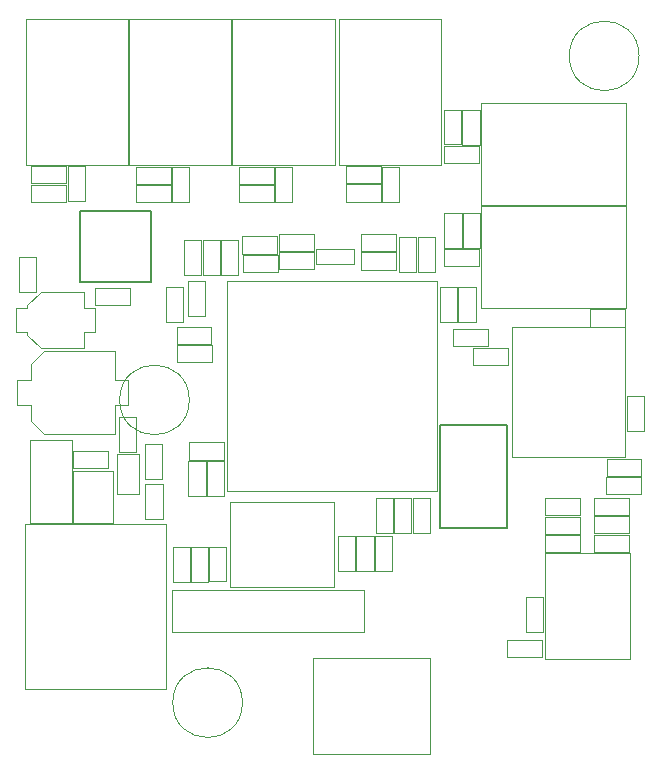
<source format=gbr>
G04 #@! TF.GenerationSoftware,KiCad,Pcbnew,(5.0.0)*
G04 #@! TF.CreationDate,2020-04-23T21:24:48+10:00*
G04 #@! TF.ProjectId,Classification and Contol Board,436C617373696669636174696F6E2061,rev?*
G04 #@! TF.SameCoordinates,Original*
G04 #@! TF.FileFunction,Other,User*
%FSLAX46Y46*%
G04 Gerber Fmt 4.6, Leading zero omitted, Abs format (unit mm)*
G04 Created by KiCad (PCBNEW (5.0.0)) date 04/23/20 21:24:48*
%MOMM*%
%LPD*%
G01*
G04 APERTURE LIST*
%ADD10C,0.050000*%
%ADD11C,0.150000*%
%ADD12C,0.100000*%
G04 APERTURE END LIST*
D10*
G04 #@! TO.C,D1*
X127220000Y-100700000D02*
X127220000Y-103660000D01*
X125760000Y-100700000D02*
X127220000Y-100700000D01*
X125760000Y-103660000D02*
X125760000Y-100700000D01*
X127220000Y-103660000D02*
X125760000Y-103660000D01*
G04 #@! TO.C,R3*
X127200000Y-100300000D02*
X125740000Y-100300000D01*
X125740000Y-100300000D02*
X125740000Y-97340000D01*
X125740000Y-97340000D02*
X127200000Y-97340000D01*
X127200000Y-97340000D02*
X127200000Y-100300000D01*
D11*
G04 #@! TO.C,SW1*
X126245000Y-77615000D02*
X126245000Y-83605000D01*
X120255000Y-77615000D02*
X120255000Y-83605000D01*
X120255000Y-83605000D02*
X126245000Y-83605000D01*
X120255000Y-77615000D02*
X126245000Y-77615000D01*
D10*
G04 #@! TO.C,U4*
X156840000Y-98450000D02*
X166340000Y-98450000D01*
X156840000Y-87450000D02*
X166340000Y-87450000D01*
X166340000Y-87450000D02*
X166340000Y-98450000D01*
X156840000Y-87450000D02*
X156840000Y-98450000D01*
G04 #@! TO.C,J2*
X127540000Y-104110000D02*
X115540000Y-104110000D01*
X127540000Y-118110000D02*
X127540000Y-104110000D01*
X115540000Y-118110000D02*
X127540000Y-118110000D01*
X115540000Y-104110000D02*
X115540000Y-118110000D01*
G04 #@! TO.C,U2*
X150470000Y-83540000D02*
X132670000Y-83540000D01*
X150470000Y-101340000D02*
X132670000Y-101340000D01*
X150470000Y-83540000D02*
X150470000Y-101340000D01*
X132670000Y-83540000D02*
X132670000Y-101340000D01*
G04 #@! TO.C,C20*
X131080000Y-108970000D02*
X129620000Y-108970000D01*
X129620000Y-108970000D02*
X129620000Y-106010000D01*
X129620000Y-106010000D02*
X131080000Y-106010000D01*
X131080000Y-106010000D02*
X131080000Y-108970000D01*
G04 #@! TO.C,C55*
X114810000Y-87880000D02*
X115760000Y-87880000D01*
X114810000Y-85780000D02*
X114810000Y-87880000D01*
X115760000Y-85780000D02*
X114810000Y-85780000D01*
X115760000Y-87880000D02*
X115760000Y-88080000D01*
X115760000Y-85580000D02*
X115760000Y-85780000D01*
X115760000Y-85580000D02*
X116910000Y-84430000D01*
X115760000Y-88080000D02*
X116910000Y-89230000D01*
X116910000Y-84430000D02*
X120560000Y-84430000D01*
X116910000Y-89230000D02*
X120560000Y-89230000D01*
X120560000Y-87880000D02*
X120560000Y-89230000D01*
X121510000Y-87880000D02*
X120560000Y-87880000D01*
X121510000Y-85780000D02*
X121510000Y-87880000D01*
X120560000Y-85780000D02*
X121510000Y-85780000D01*
X120560000Y-84430000D02*
X120560000Y-85780000D01*
G04 #@! TO.C,C53*
X123150000Y-89420000D02*
X123150000Y-91920000D01*
X123150000Y-91920000D02*
X124300000Y-91920000D01*
X124300000Y-91920000D02*
X124300000Y-94020000D01*
X124300000Y-94020000D02*
X123150000Y-94020000D01*
X123150000Y-94020000D02*
X123150000Y-96520000D01*
X117200000Y-96520000D02*
X123150000Y-96520000D01*
X117200000Y-89420000D02*
X123150000Y-89420000D01*
X116050000Y-95370000D02*
X117200000Y-96520000D01*
X116050000Y-90570000D02*
X117200000Y-89420000D01*
X116050000Y-90570000D02*
X116050000Y-91920000D01*
X116050000Y-94020000D02*
X116050000Y-95370000D01*
X116050000Y-91920000D02*
X114900000Y-91920000D01*
X114900000Y-91920000D02*
X114900000Y-94020000D01*
X114900000Y-94020000D02*
X116050000Y-94020000D01*
G04 #@! TO.C,C9*
X144060000Y-80970000D02*
X144060000Y-79510000D01*
X144060000Y-79510000D02*
X147020000Y-79510000D01*
X147020000Y-79510000D02*
X147020000Y-80970000D01*
X147020000Y-80970000D02*
X144060000Y-80970000D01*
G04 #@! TO.C,C41*
X133620000Y-80070000D02*
X133620000Y-83030000D01*
X132160000Y-80070000D02*
X133620000Y-80070000D01*
X132160000Y-83030000D02*
X132160000Y-80070000D01*
X133620000Y-83030000D02*
X132160000Y-83030000D01*
G04 #@! TO.C,C46*
X143627443Y-108079757D02*
X143627443Y-105119757D01*
X145087443Y-108079757D02*
X143627443Y-108079757D01*
X145087443Y-105119757D02*
X145087443Y-108079757D01*
X143627443Y-105119757D02*
X145087443Y-105119757D01*
G04 #@! TO.C,C39*
X132060000Y-83030000D02*
X130600000Y-83030000D01*
X130600000Y-83030000D02*
X130600000Y-80070000D01*
X130600000Y-80070000D02*
X132060000Y-80070000D01*
X132060000Y-80070000D02*
X132060000Y-83030000D01*
G04 #@! TO.C,C47*
X145217443Y-108089757D02*
X145217443Y-105129757D01*
X146677443Y-108089757D02*
X145217443Y-108089757D01*
X146677443Y-105129757D02*
X146677443Y-108089757D01*
X145217443Y-105129757D02*
X146677443Y-105129757D01*
G04 #@! TO.C,C49*
X129490000Y-97200000D02*
X132450000Y-97200000D01*
X129490000Y-98660000D02*
X129490000Y-97200000D01*
X132450000Y-98660000D02*
X129490000Y-98660000D01*
X132450000Y-97200000D02*
X132450000Y-98660000D01*
G04 #@! TO.C,C50*
X136940000Y-79750000D02*
X136940000Y-81210000D01*
X136940000Y-81210000D02*
X133980000Y-81210000D01*
X133980000Y-81210000D02*
X133980000Y-79750000D01*
X133980000Y-79750000D02*
X136940000Y-79750000D01*
G04 #@! TO.C,C51*
X145250000Y-104830000D02*
X145250000Y-101870000D01*
X146710000Y-104830000D02*
X145250000Y-104830000D01*
X146710000Y-101870000D02*
X146710000Y-104830000D01*
X145250000Y-101870000D02*
X146710000Y-101870000D01*
G04 #@! TO.C,C52*
X136950786Y-81299320D02*
X136950786Y-82759320D01*
X136950786Y-82759320D02*
X133990786Y-82759320D01*
X133990786Y-82759320D02*
X133990786Y-81299320D01*
X133990786Y-81299320D02*
X136950786Y-81299320D01*
G04 #@! TO.C,C16*
X140000000Y-79520000D02*
X140000000Y-80980000D01*
X140000000Y-80980000D02*
X137040000Y-80980000D01*
X137040000Y-80980000D02*
X137040000Y-79520000D01*
X137040000Y-79520000D02*
X140000000Y-79520000D01*
G04 #@! TO.C,C15*
X129550000Y-106010000D02*
X129550000Y-108970000D01*
X128090000Y-106010000D02*
X129550000Y-106010000D01*
X128090000Y-108970000D02*
X128090000Y-106010000D01*
X129550000Y-108970000D02*
X128090000Y-108970000D01*
G04 #@! TO.C,C11*
X147000000Y-82570000D02*
X144040000Y-82570000D01*
X147000000Y-81110000D02*
X147000000Y-82570000D01*
X144040000Y-81110000D02*
X147000000Y-81110000D01*
X144040000Y-82570000D02*
X144040000Y-81110000D01*
G04 #@! TO.C,C65*
X166520000Y-93230000D02*
X167980000Y-93230000D01*
X167980000Y-93230000D02*
X167980000Y-96190000D01*
X167980000Y-96190000D02*
X166520000Y-96190000D01*
X166520000Y-96190000D02*
X166520000Y-93230000D01*
G04 #@! TO.C,C64*
X166740000Y-106460000D02*
X163780000Y-106460000D01*
X166740000Y-105000000D02*
X166740000Y-106460000D01*
X163780000Y-105000000D02*
X166740000Y-105000000D01*
X163780000Y-106460000D02*
X163780000Y-105000000D01*
G04 #@! TO.C,C63*
X167766376Y-98594940D02*
X167766376Y-100054940D01*
X167766376Y-100054940D02*
X164806376Y-100054940D01*
X164806376Y-100054940D02*
X164806376Y-98594940D01*
X164806376Y-98594940D02*
X167766376Y-98594940D01*
G04 #@! TO.C,C62*
X166730000Y-104890000D02*
X163770000Y-104890000D01*
X166730000Y-103430000D02*
X166730000Y-104890000D01*
X163770000Y-103430000D02*
X166730000Y-103430000D01*
X163770000Y-104890000D02*
X163770000Y-103430000D01*
G04 #@! TO.C,C61*
X167756376Y-100124940D02*
X167756376Y-101584940D01*
X167756376Y-101584940D02*
X164796376Y-101584940D01*
X164796376Y-101584940D02*
X164796376Y-100124940D01*
X164796376Y-100124940D02*
X167756376Y-100124940D01*
G04 #@! TO.C,C60*
X166730000Y-103350000D02*
X163770000Y-103350000D01*
X166730000Y-101890000D02*
X166730000Y-103350000D01*
X163770000Y-101890000D02*
X166730000Y-101890000D01*
X163770000Y-103350000D02*
X163770000Y-101890000D01*
G04 #@! TO.C,C4*
X148701543Y-82802549D02*
X147241543Y-82802549D01*
X147241543Y-82802549D02*
X147241543Y-79842549D01*
X147241543Y-79842549D02*
X148701543Y-79842549D01*
X148701543Y-79842549D02*
X148701543Y-82802549D01*
G04 #@! TO.C,C57*
X116520000Y-84460000D02*
X115060000Y-84460000D01*
X115060000Y-84460000D02*
X115060000Y-81500000D01*
X115060000Y-81500000D02*
X116520000Y-81500000D01*
X116520000Y-81500000D02*
X116520000Y-84460000D01*
G04 #@! TO.C,C13*
X121510000Y-84140000D02*
X124470000Y-84140000D01*
X121510000Y-85600000D02*
X121510000Y-84140000D01*
X124470000Y-85600000D02*
X121510000Y-85600000D01*
X124470000Y-84140000D02*
X124470000Y-85600000D01*
G04 #@! TO.C,C21*
X131370000Y-88940000D02*
X131370000Y-90400000D01*
X131370000Y-90400000D02*
X128410000Y-90400000D01*
X128410000Y-90400000D02*
X128410000Y-88940000D01*
X128410000Y-88940000D02*
X131370000Y-88940000D01*
G04 #@! TO.C,C23*
X128400000Y-87410000D02*
X131360000Y-87410000D01*
X128400000Y-88870000D02*
X128400000Y-87410000D01*
X131360000Y-88870000D02*
X128400000Y-88870000D01*
X131360000Y-87410000D02*
X131360000Y-88870000D01*
G04 #@! TO.C,C25*
X132610686Y-106007988D02*
X132610686Y-108967988D01*
X131150686Y-106007988D02*
X132610686Y-106007988D01*
X131150686Y-108967988D02*
X131150686Y-106007988D01*
X132610686Y-108967988D02*
X131150686Y-108967988D01*
G04 #@! TO.C,C40*
X142057443Y-105129757D02*
X143517443Y-105129757D01*
X143517443Y-105129757D02*
X143517443Y-108089757D01*
X143517443Y-108089757D02*
X142057443Y-108089757D01*
X142057443Y-108089757D02*
X142057443Y-105129757D01*
G04 #@! TO.C,C28*
X130990000Y-98790000D02*
X132450000Y-98790000D01*
X132450000Y-98790000D02*
X132450000Y-101750000D01*
X132450000Y-101750000D02*
X130990000Y-101750000D01*
X130990000Y-101750000D02*
X130990000Y-98790000D01*
G04 #@! TO.C,C30*
X148420000Y-101890000D02*
X149880000Y-101890000D01*
X149880000Y-101890000D02*
X149880000Y-104850000D01*
X149880000Y-104850000D02*
X148420000Y-104850000D01*
X148420000Y-104850000D02*
X148420000Y-101890000D01*
G04 #@! TO.C,C18*
X137040000Y-81050000D02*
X140000000Y-81050000D01*
X137040000Y-82510000D02*
X137040000Y-81050000D01*
X140000000Y-82510000D02*
X137040000Y-82510000D01*
X140000000Y-81050000D02*
X140000000Y-82510000D01*
G04 #@! TO.C,C2*
X150270000Y-82780000D02*
X148810000Y-82780000D01*
X148810000Y-82780000D02*
X148810000Y-79820000D01*
X148810000Y-79820000D02*
X150270000Y-79820000D01*
X150270000Y-79820000D02*
X150270000Y-82780000D01*
G04 #@! TO.C,C71*
X159607500Y-101920000D02*
X162567500Y-101920000D01*
X159607500Y-103380000D02*
X159607500Y-101920000D01*
X162567500Y-103380000D02*
X159607500Y-103380000D01*
X162567500Y-101920000D02*
X162567500Y-103380000D01*
G04 #@! TO.C,C70*
X162570000Y-103470000D02*
X162570000Y-104930000D01*
X162570000Y-104930000D02*
X159610000Y-104930000D01*
X159610000Y-104930000D02*
X159610000Y-103470000D01*
X159610000Y-103470000D02*
X162570000Y-103470000D01*
G04 #@! TO.C,C68*
X159590000Y-105010000D02*
X162550000Y-105010000D01*
X159590000Y-106470000D02*
X159590000Y-105010000D01*
X162550000Y-106470000D02*
X159590000Y-106470000D01*
X162550000Y-105010000D02*
X162550000Y-106470000D01*
G04 #@! TO.C,C67*
X166352500Y-85920000D02*
X166352500Y-87380000D01*
X166352500Y-87380000D02*
X163392500Y-87380000D01*
X163392500Y-87380000D02*
X163392500Y-85920000D01*
X163392500Y-85920000D02*
X166352500Y-85920000D01*
G04 #@! TO.C,C26*
X129410000Y-101760000D02*
X129410000Y-98800000D01*
X130870000Y-101760000D02*
X129410000Y-101760000D01*
X130870000Y-98800000D02*
X130870000Y-101760000D01*
X129410000Y-98800000D02*
X130870000Y-98800000D01*
G04 #@! TO.C,C37*
X152150000Y-84000000D02*
X152150000Y-86960000D01*
X150690000Y-84000000D02*
X152150000Y-84000000D01*
X150690000Y-86960000D02*
X150690000Y-84000000D01*
X152150000Y-86960000D02*
X150690000Y-86960000D01*
G04 #@! TO.C,C35*
X153730000Y-84000000D02*
X153730000Y-86960000D01*
X152270000Y-84000000D02*
X153730000Y-84000000D01*
X152270000Y-86960000D02*
X152270000Y-84000000D01*
X153730000Y-86960000D02*
X152270000Y-86960000D01*
G04 #@! TO.C,C34*
X130510000Y-83032500D02*
X129050000Y-83032500D01*
X129050000Y-83032500D02*
X129050000Y-80072500D01*
X129050000Y-80072500D02*
X130510000Y-80072500D01*
X130510000Y-80072500D02*
X130510000Y-83032500D01*
G04 #@! TO.C,C32*
X146830000Y-101870000D02*
X148290000Y-101870000D01*
X148290000Y-101870000D02*
X148290000Y-104830000D01*
X148290000Y-104830000D02*
X146830000Y-104830000D01*
X146830000Y-104830000D02*
X146830000Y-101870000D01*
G04 #@! TO.C,J8*
X166495001Y-77165001D02*
X154145001Y-77165001D01*
X166495001Y-85815001D02*
X166495001Y-77165001D01*
X154145001Y-85815001D02*
X166495001Y-85815001D01*
X154145001Y-77165001D02*
X154145001Y-85815001D01*
G04 #@! TO.C,J7*
X154145001Y-68465001D02*
X154145001Y-77115001D01*
X154145001Y-77115001D02*
X166495001Y-77115001D01*
X166495001Y-77115001D02*
X166495001Y-68465001D01*
X166495001Y-68465001D02*
X154145001Y-68465001D01*
G04 #@! TO.C,J6*
X142172311Y-61330074D02*
X142172311Y-73680074D01*
X150822311Y-61330074D02*
X142172311Y-61330074D01*
X150822311Y-73680074D02*
X150822311Y-61330074D01*
X142172311Y-73680074D02*
X150822311Y-73680074D01*
G04 #@! TO.C,J5*
X133130000Y-73680074D02*
X141780000Y-73680074D01*
X141780000Y-73680074D02*
X141780000Y-61330074D01*
X141780000Y-61330074D02*
X133130000Y-61330074D01*
X133130000Y-61330074D02*
X133130000Y-73680074D01*
G04 #@! TO.C,J4*
X124400000Y-61330074D02*
X124400000Y-73680074D01*
X133050000Y-61330074D02*
X124400000Y-61330074D01*
X133050000Y-73680074D02*
X133050000Y-61330074D01*
X124400000Y-73680074D02*
X133050000Y-73680074D01*
G04 #@! TO.C,J3*
X115670000Y-73680074D02*
X124320000Y-73680074D01*
X124320000Y-73680074D02*
X124320000Y-61330074D01*
X124320000Y-61330074D02*
X115670000Y-61330074D01*
X115670000Y-61330074D02*
X115670000Y-73680074D01*
G04 #@! TO.C,J1*
X144290000Y-109670000D02*
X127990000Y-109670000D01*
X127990000Y-109670000D02*
X127990000Y-113270000D01*
X127990000Y-113270000D02*
X144290000Y-113270000D01*
X144290000Y-113270000D02*
X144290000Y-109670000D01*
G04 #@! TO.C,J10*
X149840000Y-115410000D02*
X139950000Y-115410000D01*
X149840000Y-123600000D02*
X149840000Y-115410000D01*
X139950000Y-123600000D02*
X149840000Y-123600000D01*
X139950000Y-115410000D02*
X139950000Y-123600000D01*
G04 #@! TO.C,D3*
X116010000Y-103980000D02*
X116010000Y-96980000D01*
X116010000Y-96980000D02*
X119510000Y-96980000D01*
X119510000Y-96980000D02*
X119510000Y-103980000D01*
X119510000Y-103980000D02*
X116010000Y-103980000D01*
G04 #@! TO.C,D6*
X156390000Y-115360000D02*
X156390000Y-113900000D01*
X156390000Y-113900000D02*
X159350000Y-113900000D01*
X159350000Y-113900000D02*
X159350000Y-115360000D01*
X159350000Y-115360000D02*
X156390000Y-115360000D01*
G04 #@! TO.C,D2*
X125250000Y-98200000D02*
X125250000Y-101560000D01*
X123350000Y-98200000D02*
X125250000Y-98200000D01*
X123350000Y-101560000D02*
X123350000Y-98200000D01*
X125250000Y-101560000D02*
X123350000Y-101560000D01*
G04 #@! TO.C,MH1*
X129480000Y-93600000D02*
G75*
G03X129480000Y-93600000I-2950000J0D01*
G01*
G04 #@! TO.C,MH2*
X133980000Y-119230000D02*
G75*
G03X133980000Y-119230000I-2950000J0D01*
G01*
G04 #@! TO.C,MH3*
X167560000Y-64470000D02*
G75*
G03X167560000Y-64470000I-2950000J0D01*
G01*
G04 #@! TO.C,U1*
X141737443Y-102249757D02*
X132937443Y-102249757D01*
X141737443Y-109449757D02*
X141737443Y-102249757D01*
X132937443Y-109449757D02*
X141737443Y-109449757D01*
X132937443Y-102249757D02*
X132937443Y-109449757D01*
G04 #@! TO.C,U3*
X166780000Y-106580000D02*
X166780000Y-115560000D01*
X166780000Y-106580000D02*
X159580000Y-106580000D01*
X159580000Y-115560000D02*
X166780000Y-115560000D01*
X159580000Y-115560000D02*
X159580000Y-106580000D01*
G04 #@! TO.C,Q1*
X123060000Y-99640000D02*
X123060000Y-103980000D01*
X123060000Y-99640000D02*
X119660000Y-99640000D01*
X119660000Y-103980000D02*
X123060000Y-103980000D01*
X119660000Y-103980000D02*
X119660000Y-99640000D01*
G04 #@! TO.C,R23*
X151060000Y-69010000D02*
X152520000Y-69010000D01*
X152520000Y-69010000D02*
X152520000Y-71970000D01*
X152520000Y-71970000D02*
X151060000Y-71970000D01*
X151060000Y-71970000D02*
X151060000Y-69010000D01*
G04 #@! TO.C,R2*
X156490000Y-90650000D02*
X153530000Y-90650000D01*
X156490000Y-89190000D02*
X156490000Y-90650000D01*
X153530000Y-89190000D02*
X156490000Y-89190000D01*
X153530000Y-90650000D02*
X153530000Y-89190000D01*
G04 #@! TO.C,R16*
X127930000Y-73870000D02*
X127930000Y-75330000D01*
X127930000Y-75330000D02*
X124970000Y-75330000D01*
X124970000Y-75330000D02*
X124970000Y-73870000D01*
X124970000Y-73870000D02*
X127930000Y-73870000D01*
G04 #@! TO.C,R25*
X151080000Y-80720000D02*
X151080000Y-77760000D01*
X152540000Y-80720000D02*
X151080000Y-80720000D01*
X152540000Y-77760000D02*
X152540000Y-80720000D01*
X151080000Y-77760000D02*
X152540000Y-77760000D01*
G04 #@! TO.C,R24*
X154080000Y-80710000D02*
X152620000Y-80710000D01*
X152620000Y-80710000D02*
X152620000Y-77750000D01*
X152620000Y-77750000D02*
X154080000Y-77750000D01*
X154080000Y-77750000D02*
X154080000Y-80710000D01*
G04 #@! TO.C,R22*
X154070000Y-69020000D02*
X154070000Y-71980000D01*
X152610000Y-69020000D02*
X154070000Y-69020000D01*
X152610000Y-71980000D02*
X152610000Y-69020000D01*
X154070000Y-71980000D02*
X152610000Y-71980000D01*
G04 #@! TO.C,R21*
X142772311Y-76800074D02*
X142772311Y-75340074D01*
X142772311Y-75340074D02*
X145732311Y-75340074D01*
X145732311Y-75340074D02*
X145732311Y-76800074D01*
X145732311Y-76800074D02*
X142772311Y-76800074D01*
G04 #@! TO.C,R20*
X142762311Y-73800074D02*
X145722311Y-73800074D01*
X142762311Y-75260074D02*
X142762311Y-73800074D01*
X145722311Y-75260074D02*
X142762311Y-75260074D01*
X145722311Y-73800074D02*
X145722311Y-75260074D01*
G04 #@! TO.C,R19*
X133670000Y-76840000D02*
X133670000Y-75380000D01*
X133670000Y-75380000D02*
X136630000Y-75380000D01*
X136630000Y-75380000D02*
X136630000Y-76840000D01*
X136630000Y-76840000D02*
X133670000Y-76840000D01*
G04 #@! TO.C,R18*
X133670000Y-73840000D02*
X136630000Y-73840000D01*
X133670000Y-75300000D02*
X133670000Y-73840000D01*
X136630000Y-75300000D02*
X133670000Y-75300000D01*
X136630000Y-73840000D02*
X136630000Y-75300000D01*
G04 #@! TO.C,R17*
X124970000Y-76870000D02*
X124970000Y-75410000D01*
X124970000Y-75410000D02*
X127930000Y-75410000D01*
X127930000Y-75410000D02*
X127930000Y-76870000D01*
X127930000Y-76870000D02*
X124970000Y-76870000D01*
G04 #@! TO.C,R28*
X159450000Y-110270000D02*
X159450000Y-113230000D01*
X157990000Y-110270000D02*
X159450000Y-110270000D01*
X157990000Y-113230000D02*
X157990000Y-110270000D01*
X159450000Y-113230000D02*
X157990000Y-113230000D01*
G04 #@! TO.C,R10*
X154010000Y-72080000D02*
X154010000Y-73540000D01*
X154010000Y-73540000D02*
X151050000Y-73540000D01*
X151050000Y-73540000D02*
X151050000Y-72080000D01*
X151050000Y-72080000D02*
X154010000Y-72080000D01*
G04 #@! TO.C,R1*
X154790000Y-89060000D02*
X151830000Y-89060000D01*
X154790000Y-87600000D02*
X154790000Y-89060000D01*
X151830000Y-87600000D02*
X154790000Y-87600000D01*
X151830000Y-89060000D02*
X151830000Y-87600000D01*
G04 #@! TO.C,R4*
X123550000Y-95040000D02*
X125010000Y-95040000D01*
X125010000Y-95040000D02*
X125010000Y-98000000D01*
X125010000Y-98000000D02*
X123550000Y-98000000D01*
X123550000Y-98000000D02*
X123550000Y-95040000D01*
G04 #@! TO.C,R6*
X119180000Y-76770000D02*
X119180000Y-73810000D01*
X120640000Y-76770000D02*
X119180000Y-76770000D01*
X120640000Y-73810000D02*
X120640000Y-76770000D01*
X119180000Y-73810000D02*
X120640000Y-73810000D01*
G04 #@! TO.C,R7*
X128020000Y-73870000D02*
X129480000Y-73870000D01*
X129480000Y-73870000D02*
X129480000Y-76830000D01*
X129480000Y-76830000D02*
X128020000Y-76830000D01*
X128020000Y-76830000D02*
X128020000Y-73870000D01*
G04 #@! TO.C,R8*
X136730000Y-76830000D02*
X136730000Y-73870000D01*
X138190000Y-76830000D02*
X136730000Y-76830000D01*
X138190000Y-73870000D02*
X138190000Y-76830000D01*
X136730000Y-73870000D02*
X138190000Y-73870000D01*
G04 #@! TO.C,R9*
X145792311Y-73850074D02*
X147252311Y-73850074D01*
X147252311Y-73850074D02*
X147252311Y-76810074D01*
X147252311Y-76810074D02*
X145792311Y-76810074D01*
X145792311Y-76810074D02*
X145792311Y-73850074D01*
G04 #@! TO.C,R11*
X151080000Y-80790000D02*
X154040000Y-80790000D01*
X151080000Y-82250000D02*
X151080000Y-80790000D01*
X154040000Y-82250000D02*
X151080000Y-82250000D01*
X154040000Y-80790000D02*
X154040000Y-82250000D01*
G04 #@! TO.C,R12*
X127490000Y-84040000D02*
X128950000Y-84040000D01*
X128950000Y-84040000D02*
X128950000Y-87000000D01*
X128950000Y-87000000D02*
X127490000Y-87000000D01*
X127490000Y-87000000D02*
X127490000Y-84040000D01*
G04 #@! TO.C,R13*
X130790000Y-83497500D02*
X130790000Y-86457500D01*
X129330000Y-83497500D02*
X130790000Y-83497500D01*
X129330000Y-86457500D02*
X129330000Y-83497500D01*
X130790000Y-86457500D02*
X129330000Y-86457500D01*
G04 #@! TO.C,R14*
X119070000Y-73800000D02*
X119070000Y-75260000D01*
X119070000Y-75260000D02*
X116110000Y-75260000D01*
X116110000Y-75260000D02*
X116110000Y-73800000D01*
X116110000Y-73800000D02*
X119070000Y-73800000D01*
G04 #@! TO.C,R5*
X122590000Y-99370000D02*
X119630000Y-99370000D01*
X122590000Y-97910000D02*
X122590000Y-99370000D01*
X119630000Y-97910000D02*
X122590000Y-97910000D01*
X119630000Y-99370000D02*
X119630000Y-97910000D01*
G04 #@! TO.C,R15*
X116100000Y-76840000D02*
X116100000Y-75380000D01*
X116100000Y-75380000D02*
X119060000Y-75380000D01*
X119060000Y-75380000D02*
X119060000Y-76840000D01*
X119060000Y-76840000D02*
X116100000Y-76840000D01*
D12*
G04 #@! TO.C,Y1*
X140190000Y-80810000D02*
X143390000Y-80810000D01*
X140190000Y-82110000D02*
X143390000Y-82110000D01*
X140190000Y-80810000D02*
X140190000Y-82110000D01*
X143390000Y-80810000D02*
X143390000Y-82110000D01*
D11*
G04 #@! TO.C,SW2*
X156340000Y-95710000D02*
X156340000Y-104410000D01*
X156340000Y-104410000D02*
X150740000Y-104410000D01*
X150740000Y-104410000D02*
X150740000Y-95710000D01*
X150740000Y-95710000D02*
X156340000Y-95710000D01*
G04 #@! TD*
M02*

</source>
